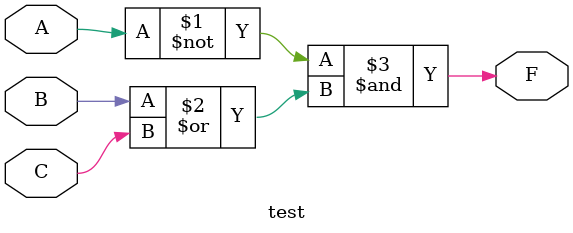
<source format=v>
module test(output F, input A, input B, input C);
	wire t1, t2;
	
	assign F = ~A&(B|C);

endmodule
</source>
